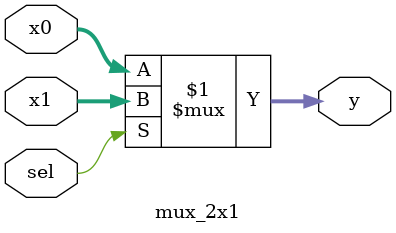
<source format=sv>
`timescale 1ns / 1ps

module VGA_CORE (
    // glob sig
    input  logic       clk,
    input  logic       reset,
    // mode swithches
    input  logic       output_sel,
    input  logic       cart_sel,
    input  logic [1:0] mirror_sel,
    //OV7670 sig
    input  logic       pclk,
    input  logic       href,
    input  logic       vsync,
    input  logic [7:0] data,
    output logic       xclk,
    output logic       sys_clk,
    // VGA sig
    output logic h_sync,
    output logic v_sync,
    output logic DE,
    output logic [9:0] o_x_pixel, 
    output logic [9:0] o_y_pixel,
    output logic [3:0] r_raw,
    output logic [3:0] g_raw,
    output logic [3:0] b_raw,
    output logic [15:0] pix00, pix01, pix02,
    output logic [15:0] pix10, pix11, pix12,
    output logic [15:0] pix20, pix21, pix22,

    output logic [9:0] x_raw,
    output logic [9:0] y_raw
);

    // logic level
    logic we;
    
    // 원본 좌표
    logic [9:0] x_pixel, y_pixel;

    // 미러링된 좌표
    logic [9:0] x_pixel_mirrored;
    logic [9:0] y_pixel_mirrored;
    
    // MUX를 거친 1차 좌표 (4분할/미러링 처리됨)
    logic [9:0] x_muxed, y_muxed;

    // 최종 메모리 리딩용 좌표 (레트로 효과 적용됨)
    logic [9:0] final_x, final_y;

    // 레트로 영역 판별 신호
    logic is_retro_region;
    
    // 레트로 픽셀 크기 설정 (값이 클수록 더 뭉개짐. 4~8 추천)
    localparam int BLOCK_SIZE = 4; 

    logic [16:0] rAddr_c;
    logic [16:0] rAddr_n;
    logic [16:0] rAddr;
    logic [15:0] rData;
    logic [16:0] wAddr;
    logic [15:0] wData;
    logic mux_sel;

    // assign level
    assign xclk = sys_clk;
    
    // 디버깅 포트 연결
    assign x_raw = x_pixel;
    assign y_raw = y_pixel;
    assign o_x_pixel = x_muxed; // 외부 출력은 MUX된 좌표 유지
    assign o_y_pixel = y_muxed;

    // 미러링 선택 신호
    assign mux_sel = |mirror_sel;

    // =================================================================
    // 1. 레트로 영역 판별 (Quad 모드이고, 좌측 하단일 때)
    // 좌측 하단 조건: x < 320 이고 y >= 240
    // output_sel == 1 (Quad Mode)
    // =================================================================
    assign is_retro_region = output_sel && (x_pixel < 320) && (y_pixel >= 240);

    // =================================================================
    // 2. 좌표 MUX 결과에 모자이크 효과 조건부 적용
    // 레트로 영역이면 좌표의 하위 비트를 버려서 뭉개뜨림 (Block effect)
    // 그 외 영역은 그대로 통과
    // =================================================================
    assign final_x = is_retro_region ? (x_muxed - (x_muxed % BLOCK_SIZE)) : x_muxed;
    assign final_y = is_retro_region ? (y_muxed - (y_muxed % BLOCK_SIZE)) : y_muxed;


    // instance 
    pixel_clk_gen U_PXL_CLK_GEN (
        .clk  (clk),
        .reset(reset),
        .pclk (sys_clk)
    );

    VGA_Sycher U_VGA_Syncher (
        .clk(sys_clk),
        .reset(reset),
        .h_sync(h_sync),
        .v_sync(v_sync),
        .DE(DE),
        .x_pixel(x_pixel), 
        .y_pixel(y_pixel)
    );

    OV7670_Mem_Controller U_OV7670_Mem_Controller (
        .pclk(pclk),
        .reset(reset),
        .href(href),
        .vsync(vsync),
        .data(data),
        .we(we),
        .wAddr(wAddr),
        .wData(wData)
    );

    frame_buffer U_Frame_Buffer (
        .wclk(pclk),
        .we(we),
        .wAddr(wAddr),
        .wData(wData),
        .rclk(sys_clk),
        .oe(1'b1),
        .rAddr(rAddr),
        .rData(rData)
    );

    PixelWindow3x3 U_Pixel_Window_3x3(
        .clk(sys_clk),
        .reset(reset),
        .DE(DE),
        .x_pixel(x_pixel),
        .y_pixel(y_pixel),
        .rAddr(rAddr_c), // Window 모듈 내부는 자체 주소 계산 사용 (필터링용)
        .rData(rData),
        .*
    );

    mux_2x1 #(.WIDTH(17)) U_MUX_ADDR(
        .sel(cart_sel),
        .x0(rAddr_n), // 아래 ImgMemReader에서 계산된 주소
        .x1(rAddr_c), // Window 모듈 주소
        .y(rAddr)
    );

    MirrorFilter U_MirrorFilter (
        .mode_quad(output_sel),
        .mirror_sel (mirror_sel),
        .x_pixel_in (x_pixel),
        .y_pixel_in (y_pixel),
        .x_pixel_out(x_pixel_mirrored),
        .y_pixel_out(y_pixel_mirrored)
    );

    ImgMemReader U_IMG_Reader (
        .DE(DE),
        .x_pixel(final_x),  
        .y_pixel(final_y),  
        .output_sel(output_sel),
        .addr(rAddr_n),
        .imgData(rData),
        .r_port(r_raw),
        .g_port(g_raw),
        .b_port(b_raw)
    );

    // 좌표 선택 MUX (미러링 vs 원본)
    mux_2x1 U_MUX_X_Y_2X1 (
        .sel(mux_sel),
        .x0 ({x_pixel, y_pixel}),               // 미러링 안할 때 (원본)
        .x1 ({x_pixel_mirrored, y_pixel_mirrored}), // 미러링 할 때
        .y  ({x_muxed, y_muxed})                // 결과 -> x_muxed
    );

endmodule

module mux_2x1 #(
    parameter int WIDTH = 20
) (
    input  logic             sel,
    input  logic [WIDTH-1:0] x0,
    input  logic [WIDTH-1:0] x1,
    output logic [WIDTH-1:0] y
);
    assign y = sel ? x1 : x0;
endmodule
</source>
